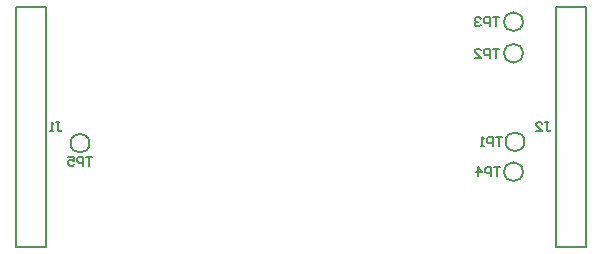
<source format=gbo>
%FSLAX25Y25*%
%MOIN*%
G70*
G01*
G75*
G04 Layer_Color=32896*
%ADD10C,0.00500*%
%ADD11R,0.04500X0.05000*%
%ADD12R,0.03500X0.03200*%
%ADD13R,0.00984X0.02165*%
%ADD14R,0.03200X0.03000*%
%ADD15R,0.03200X0.03500*%
%ADD16C,0.01500*%
%ADD17C,0.02000*%
%ADD18C,0.01000*%
%ADD19R,0.06000X0.06000*%
%ADD20C,0.06000*%
%ADD21C,0.03937*%
%ADD22C,0.04000*%
%ADD23C,0.02400*%
%ADD24C,0.03200*%
%ADD25C,0.01200*%
%ADD26C,0.03000*%
%ADD27C,0.00400*%
%ADD28C,0.00200*%
%ADD29C,0.00800*%
%ADD30R,0.04900X0.05400*%
%ADD31R,0.03900X0.03600*%
%ADD32R,0.01384X0.02565*%
%ADD33R,0.03600X0.03400*%
%ADD34R,0.03600X0.03900*%
%ADD35R,0.06400X0.06400*%
%ADD36C,0.06400*%
%ADD37C,0.12598*%
%ADD38C,0.12000*%
%ADD39C,0.02800*%
%ADD40C,0.03600*%
D10*
X274640Y144000D02*
G03*
X274640Y144000I-3140J0D01*
G01*
X274140Y134000D02*
G03*
X274140Y134000I-3140J0D01*
G01*
Y184000D02*
G03*
X274140Y184000I-3140J0D01*
G01*
Y173500D02*
G03*
X274140Y173500I-3140J0D01*
G01*
X129638Y143500D02*
G03*
X129638Y143500I-3140J0D01*
G01*
X118501Y150499D02*
X119500D01*
X119000D01*
Y148000D01*
X119500Y147500D01*
X120000D01*
X120500Y148000D01*
X117501Y147500D02*
X116501D01*
X117001D01*
Y150499D01*
X117501Y149999D01*
X281501Y150499D02*
X282500D01*
X282000D01*
Y148000D01*
X282500Y147500D01*
X283000D01*
X283500Y148000D01*
X278502Y147500D02*
X280501D01*
X278502Y149499D01*
Y149999D01*
X279001Y150499D01*
X280001D01*
X280501Y149999D01*
X267000Y145499D02*
X265001D01*
X266000D01*
Y142500D01*
X264001D02*
Y145499D01*
X262502D01*
X262002Y144999D01*
Y144000D01*
X262502Y143500D01*
X264001D01*
X261002Y142500D02*
X260002D01*
X260502D01*
Y145499D01*
X261002Y144999D01*
X266000Y174999D02*
X264001D01*
X265000D01*
Y172000D01*
X263001D02*
Y174999D01*
X261502D01*
X261002Y174499D01*
Y173500D01*
X261502Y173000D01*
X263001D01*
X258003Y172000D02*
X260002D01*
X258003Y173999D01*
Y174499D01*
X258502Y174999D01*
X259502D01*
X260002Y174499D01*
X266000Y185499D02*
X264001D01*
X265000D01*
Y182500D01*
X263001D02*
Y185499D01*
X261501D01*
X261002Y184999D01*
Y184000D01*
X261501Y183500D01*
X263001D01*
X260002Y184999D02*
X259502Y185499D01*
X258502D01*
X258003Y184999D01*
Y184499D01*
X258502Y184000D01*
X259002D01*
X258502D01*
X258003Y183500D01*
Y183000D01*
X258502Y182500D01*
X259502D01*
X260002Y183000D01*
X266500Y135499D02*
X264501D01*
X265500D01*
Y132500D01*
X263501D02*
Y135499D01*
X262001D01*
X261502Y134999D01*
Y134000D01*
X262001Y133500D01*
X263501D01*
X259002Y132500D02*
Y135499D01*
X260502Y134000D01*
X258503D01*
X130500Y138999D02*
X128501D01*
X129500D01*
Y136000D01*
X127501D02*
Y138999D01*
X126001D01*
X125502Y138499D01*
Y137499D01*
X126001Y137000D01*
X127501D01*
X122503Y138999D02*
X124502D01*
Y137499D01*
X123502Y137999D01*
X123002D01*
X122503Y137499D01*
Y136500D01*
X123002Y136000D01*
X124002D01*
X124502Y136500D01*
D29*
X285000Y109000D02*
Y189000D01*
Y109000D02*
X295000D01*
Y189000D01*
X285000D02*
X295000D01*
X105000Y109000D02*
Y189000D01*
Y109000D02*
X115000D01*
Y189000D01*
X105000D02*
X115000D01*
M02*

</source>
